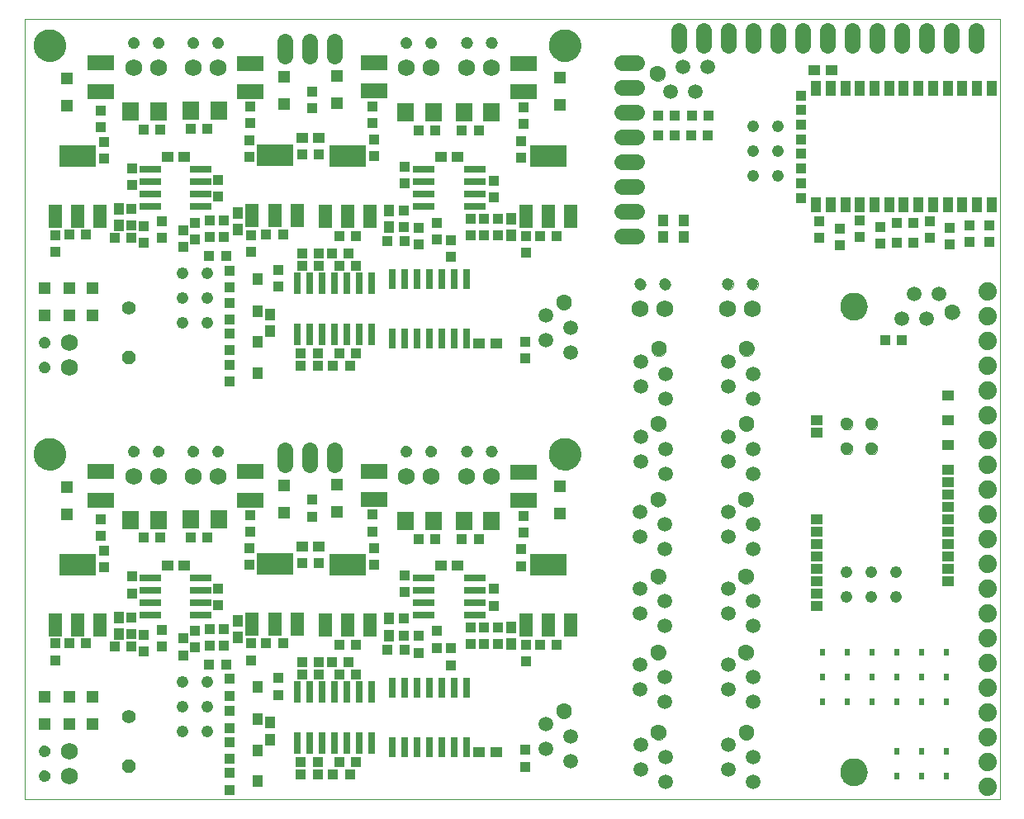
<source format=gts>
G75*
G70*
%OFA0B0*%
%FSLAX24Y24*%
%IPPOS*%
%LPD*%
%AMOC8*
5,1,8,0,0,1.08239X$1,22.5*
%
%ADD10C,0.0000*%
%ADD11C,0.1300*%
%ADD12C,0.1103*%
%ADD13R,0.0200X0.0300*%
%ADD14C,0.0476*%
%ADD15R,0.0440X0.0430*%
%ADD16C,0.0594*%
%ADD17C,0.0631*%
%ADD18R,0.0520X0.0920*%
%ADD19R,0.1457X0.0906*%
%ADD20R,0.0512X0.0512*%
%ADD21C,0.0690*%
%ADD22C,0.0473*%
%ADD23R,0.1103X0.0591*%
%ADD24R,0.0434X0.0473*%
%ADD25R,0.0430X0.0440*%
%ADD26R,0.0473X0.0434*%
%ADD27R,0.0670X0.0750*%
%ADD28R,0.0394X0.0434*%
%ADD29R,0.0394X0.0473*%
%ADD30C,0.0640*%
%ADD31R,0.0906X0.0276*%
%ADD32R,0.0300X0.0840*%
%ADD33R,0.0276X0.0906*%
%ADD34OC8,0.0560*%
%ADD35C,0.0560*%
%ADD36R,0.0434X0.0631*%
%ADD37R,0.0434X0.0434*%
%ADD38C,0.0740*%
%ADD39R,0.0512X0.0434*%
%ADD40C,0.0512*%
D10*
X000534Y001683D02*
X000534Y033179D01*
X039904Y033179D01*
X039904Y001683D01*
X000534Y001683D01*
X001116Y002644D02*
X001118Y002673D01*
X001124Y002701D01*
X001133Y002729D01*
X001146Y002755D01*
X001163Y002778D01*
X001182Y002800D01*
X001204Y002819D01*
X001229Y002834D01*
X001255Y002847D01*
X001283Y002855D01*
X001311Y002860D01*
X001340Y002861D01*
X001369Y002858D01*
X001397Y002851D01*
X001424Y002841D01*
X001450Y002827D01*
X001473Y002810D01*
X001494Y002790D01*
X001512Y002767D01*
X001527Y002742D01*
X001538Y002715D01*
X001546Y002687D01*
X001550Y002658D01*
X001550Y002630D01*
X001546Y002601D01*
X001538Y002573D01*
X001527Y002546D01*
X001512Y002521D01*
X001494Y002498D01*
X001473Y002478D01*
X001450Y002461D01*
X001424Y002447D01*
X001397Y002437D01*
X001369Y002430D01*
X001340Y002427D01*
X001311Y002428D01*
X001283Y002433D01*
X001255Y002441D01*
X001229Y002454D01*
X001204Y002469D01*
X001182Y002488D01*
X001163Y002510D01*
X001146Y002533D01*
X001133Y002559D01*
X001124Y002587D01*
X001118Y002615D01*
X001116Y002644D01*
X001116Y003644D02*
X001118Y003673D01*
X001124Y003701D01*
X001133Y003729D01*
X001146Y003755D01*
X001163Y003778D01*
X001182Y003800D01*
X001204Y003819D01*
X001229Y003834D01*
X001255Y003847D01*
X001283Y003855D01*
X001311Y003860D01*
X001340Y003861D01*
X001369Y003858D01*
X001397Y003851D01*
X001424Y003841D01*
X001450Y003827D01*
X001473Y003810D01*
X001494Y003790D01*
X001512Y003767D01*
X001527Y003742D01*
X001538Y003715D01*
X001546Y003687D01*
X001550Y003658D01*
X001550Y003630D01*
X001546Y003601D01*
X001538Y003573D01*
X001527Y003546D01*
X001512Y003521D01*
X001494Y003498D01*
X001473Y003478D01*
X001450Y003461D01*
X001424Y003447D01*
X001397Y003437D01*
X001369Y003430D01*
X001340Y003427D01*
X001311Y003428D01*
X001283Y003433D01*
X001255Y003441D01*
X001229Y003454D01*
X001204Y003469D01*
X001182Y003488D01*
X001163Y003510D01*
X001146Y003533D01*
X001133Y003559D01*
X001124Y003587D01*
X001118Y003615D01*
X001116Y003644D01*
X000926Y015631D02*
X000928Y015681D01*
X000934Y015731D01*
X000944Y015780D01*
X000958Y015828D01*
X000975Y015875D01*
X000996Y015920D01*
X001021Y015964D01*
X001049Y016005D01*
X001081Y016044D01*
X001115Y016081D01*
X001152Y016115D01*
X001192Y016145D01*
X001234Y016172D01*
X001278Y016196D01*
X001324Y016217D01*
X001371Y016233D01*
X001419Y016246D01*
X001469Y016255D01*
X001518Y016260D01*
X001569Y016261D01*
X001619Y016258D01*
X001668Y016251D01*
X001717Y016240D01*
X001765Y016225D01*
X001811Y016207D01*
X001856Y016185D01*
X001899Y016159D01*
X001940Y016130D01*
X001979Y016098D01*
X002015Y016063D01*
X002047Y016025D01*
X002077Y015985D01*
X002104Y015942D01*
X002127Y015898D01*
X002146Y015852D01*
X002162Y015804D01*
X002174Y015755D01*
X002182Y015706D01*
X002186Y015656D01*
X002186Y015606D01*
X002182Y015556D01*
X002174Y015507D01*
X002162Y015458D01*
X002146Y015410D01*
X002127Y015364D01*
X002104Y015320D01*
X002077Y015277D01*
X002047Y015237D01*
X002015Y015199D01*
X001979Y015164D01*
X001940Y015132D01*
X001899Y015103D01*
X001856Y015077D01*
X001811Y015055D01*
X001765Y015037D01*
X001717Y015022D01*
X001668Y015011D01*
X001619Y015004D01*
X001569Y015001D01*
X001518Y015002D01*
X001469Y015007D01*
X001419Y015016D01*
X001371Y015029D01*
X001324Y015045D01*
X001278Y015066D01*
X001234Y015090D01*
X001192Y015117D01*
X001152Y015147D01*
X001115Y015181D01*
X001081Y015218D01*
X001049Y015257D01*
X001021Y015298D01*
X000996Y015342D01*
X000975Y015387D01*
X000958Y015434D01*
X000944Y015482D01*
X000934Y015531D01*
X000928Y015581D01*
X000926Y015631D01*
X001116Y019140D02*
X001118Y019169D01*
X001124Y019197D01*
X001133Y019225D01*
X001146Y019251D01*
X001163Y019274D01*
X001182Y019296D01*
X001204Y019315D01*
X001229Y019330D01*
X001255Y019343D01*
X001283Y019351D01*
X001311Y019356D01*
X001340Y019357D01*
X001369Y019354D01*
X001397Y019347D01*
X001424Y019337D01*
X001450Y019323D01*
X001473Y019306D01*
X001494Y019286D01*
X001512Y019263D01*
X001527Y019238D01*
X001538Y019211D01*
X001546Y019183D01*
X001550Y019154D01*
X001550Y019126D01*
X001546Y019097D01*
X001538Y019069D01*
X001527Y019042D01*
X001512Y019017D01*
X001494Y018994D01*
X001473Y018974D01*
X001450Y018957D01*
X001424Y018943D01*
X001397Y018933D01*
X001369Y018926D01*
X001340Y018923D01*
X001311Y018924D01*
X001283Y018929D01*
X001255Y018937D01*
X001229Y018950D01*
X001204Y018965D01*
X001182Y018984D01*
X001163Y019006D01*
X001146Y019029D01*
X001133Y019055D01*
X001124Y019083D01*
X001118Y019111D01*
X001116Y019140D01*
X001116Y020140D02*
X001118Y020169D01*
X001124Y020197D01*
X001133Y020225D01*
X001146Y020251D01*
X001163Y020274D01*
X001182Y020296D01*
X001204Y020315D01*
X001229Y020330D01*
X001255Y020343D01*
X001283Y020351D01*
X001311Y020356D01*
X001340Y020357D01*
X001369Y020354D01*
X001397Y020347D01*
X001424Y020337D01*
X001450Y020323D01*
X001473Y020306D01*
X001494Y020286D01*
X001512Y020263D01*
X001527Y020238D01*
X001538Y020211D01*
X001546Y020183D01*
X001550Y020154D01*
X001550Y020126D01*
X001546Y020097D01*
X001538Y020069D01*
X001527Y020042D01*
X001512Y020017D01*
X001494Y019994D01*
X001473Y019974D01*
X001450Y019957D01*
X001424Y019943D01*
X001397Y019933D01*
X001369Y019926D01*
X001340Y019923D01*
X001311Y019924D01*
X001283Y019929D01*
X001255Y019937D01*
X001229Y019950D01*
X001204Y019965D01*
X001182Y019984D01*
X001163Y020006D01*
X001146Y020029D01*
X001133Y020055D01*
X001124Y020083D01*
X001118Y020111D01*
X001116Y020140D01*
X004716Y015744D02*
X004718Y015773D01*
X004724Y015801D01*
X004733Y015829D01*
X004746Y015855D01*
X004763Y015878D01*
X004782Y015900D01*
X004804Y015919D01*
X004829Y015934D01*
X004855Y015947D01*
X004883Y015955D01*
X004911Y015960D01*
X004940Y015961D01*
X004969Y015958D01*
X004997Y015951D01*
X005024Y015941D01*
X005050Y015927D01*
X005073Y015910D01*
X005094Y015890D01*
X005112Y015867D01*
X005127Y015842D01*
X005138Y015815D01*
X005146Y015787D01*
X005150Y015758D01*
X005150Y015730D01*
X005146Y015701D01*
X005138Y015673D01*
X005127Y015646D01*
X005112Y015621D01*
X005094Y015598D01*
X005073Y015578D01*
X005050Y015561D01*
X005024Y015547D01*
X004997Y015537D01*
X004969Y015530D01*
X004940Y015527D01*
X004911Y015528D01*
X004883Y015533D01*
X004855Y015541D01*
X004829Y015554D01*
X004804Y015569D01*
X004782Y015588D01*
X004763Y015610D01*
X004746Y015633D01*
X004733Y015659D01*
X004724Y015687D01*
X004718Y015715D01*
X004716Y015744D01*
X005716Y015744D02*
X005718Y015773D01*
X005724Y015801D01*
X005733Y015829D01*
X005746Y015855D01*
X005763Y015878D01*
X005782Y015900D01*
X005804Y015919D01*
X005829Y015934D01*
X005855Y015947D01*
X005883Y015955D01*
X005911Y015960D01*
X005940Y015961D01*
X005969Y015958D01*
X005997Y015951D01*
X006024Y015941D01*
X006050Y015927D01*
X006073Y015910D01*
X006094Y015890D01*
X006112Y015867D01*
X006127Y015842D01*
X006138Y015815D01*
X006146Y015787D01*
X006150Y015758D01*
X006150Y015730D01*
X006146Y015701D01*
X006138Y015673D01*
X006127Y015646D01*
X006112Y015621D01*
X006094Y015598D01*
X006073Y015578D01*
X006050Y015561D01*
X006024Y015547D01*
X005997Y015537D01*
X005969Y015530D01*
X005940Y015527D01*
X005911Y015528D01*
X005883Y015533D01*
X005855Y015541D01*
X005829Y015554D01*
X005804Y015569D01*
X005782Y015588D01*
X005763Y015610D01*
X005746Y015633D01*
X005733Y015659D01*
X005724Y015687D01*
X005718Y015715D01*
X005716Y015744D01*
X007116Y015744D02*
X007118Y015773D01*
X007124Y015801D01*
X007133Y015829D01*
X007146Y015855D01*
X007163Y015878D01*
X007182Y015900D01*
X007204Y015919D01*
X007229Y015934D01*
X007255Y015947D01*
X007283Y015955D01*
X007311Y015960D01*
X007340Y015961D01*
X007369Y015958D01*
X007397Y015951D01*
X007424Y015941D01*
X007450Y015927D01*
X007473Y015910D01*
X007494Y015890D01*
X007512Y015867D01*
X007527Y015842D01*
X007538Y015815D01*
X007546Y015787D01*
X007550Y015758D01*
X007550Y015730D01*
X007546Y015701D01*
X007538Y015673D01*
X007527Y015646D01*
X007512Y015621D01*
X007494Y015598D01*
X007473Y015578D01*
X007450Y015561D01*
X007424Y015547D01*
X007397Y015537D01*
X007369Y015530D01*
X007340Y015527D01*
X007311Y015528D01*
X007283Y015533D01*
X007255Y015541D01*
X007229Y015554D01*
X007204Y015569D01*
X007182Y015588D01*
X007163Y015610D01*
X007146Y015633D01*
X007133Y015659D01*
X007124Y015687D01*
X007118Y015715D01*
X007116Y015744D01*
X008116Y015744D02*
X008118Y015773D01*
X008124Y015801D01*
X008133Y015829D01*
X008146Y015855D01*
X008163Y015878D01*
X008182Y015900D01*
X008204Y015919D01*
X008229Y015934D01*
X008255Y015947D01*
X008283Y015955D01*
X008311Y015960D01*
X008340Y015961D01*
X008369Y015958D01*
X008397Y015951D01*
X008424Y015941D01*
X008450Y015927D01*
X008473Y015910D01*
X008494Y015890D01*
X008512Y015867D01*
X008527Y015842D01*
X008538Y015815D01*
X008546Y015787D01*
X008550Y015758D01*
X008550Y015730D01*
X008546Y015701D01*
X008538Y015673D01*
X008527Y015646D01*
X008512Y015621D01*
X008494Y015598D01*
X008473Y015578D01*
X008450Y015561D01*
X008424Y015547D01*
X008397Y015537D01*
X008369Y015530D01*
X008340Y015527D01*
X008311Y015528D01*
X008283Y015533D01*
X008255Y015541D01*
X008229Y015554D01*
X008204Y015569D01*
X008182Y015588D01*
X008163Y015610D01*
X008146Y015633D01*
X008133Y015659D01*
X008124Y015687D01*
X008118Y015715D01*
X008116Y015744D01*
X015716Y015744D02*
X015718Y015773D01*
X015724Y015801D01*
X015733Y015829D01*
X015746Y015855D01*
X015763Y015878D01*
X015782Y015900D01*
X015804Y015919D01*
X015829Y015934D01*
X015855Y015947D01*
X015883Y015955D01*
X015911Y015960D01*
X015940Y015961D01*
X015969Y015958D01*
X015997Y015951D01*
X016024Y015941D01*
X016050Y015927D01*
X016073Y015910D01*
X016094Y015890D01*
X016112Y015867D01*
X016127Y015842D01*
X016138Y015815D01*
X016146Y015787D01*
X016150Y015758D01*
X016150Y015730D01*
X016146Y015701D01*
X016138Y015673D01*
X016127Y015646D01*
X016112Y015621D01*
X016094Y015598D01*
X016073Y015578D01*
X016050Y015561D01*
X016024Y015547D01*
X015997Y015537D01*
X015969Y015530D01*
X015940Y015527D01*
X015911Y015528D01*
X015883Y015533D01*
X015855Y015541D01*
X015829Y015554D01*
X015804Y015569D01*
X015782Y015588D01*
X015763Y015610D01*
X015746Y015633D01*
X015733Y015659D01*
X015724Y015687D01*
X015718Y015715D01*
X015716Y015744D01*
X016716Y015744D02*
X016718Y015773D01*
X016724Y015801D01*
X016733Y015829D01*
X016746Y015855D01*
X016763Y015878D01*
X016782Y015900D01*
X016804Y015919D01*
X016829Y015934D01*
X016855Y015947D01*
X016883Y015955D01*
X016911Y015960D01*
X016940Y015961D01*
X016969Y015958D01*
X016997Y015951D01*
X017024Y015941D01*
X017050Y015927D01*
X017073Y015910D01*
X017094Y015890D01*
X017112Y015867D01*
X017127Y015842D01*
X017138Y015815D01*
X017146Y015787D01*
X017150Y015758D01*
X017150Y015730D01*
X017146Y015701D01*
X017138Y015673D01*
X017127Y015646D01*
X017112Y015621D01*
X017094Y015598D01*
X017073Y015578D01*
X017050Y015561D01*
X017024Y015547D01*
X016997Y015537D01*
X016969Y015530D01*
X016940Y015527D01*
X016911Y015528D01*
X016883Y015533D01*
X016855Y015541D01*
X016829Y015554D01*
X016804Y015569D01*
X016782Y015588D01*
X016763Y015610D01*
X016746Y015633D01*
X016733Y015659D01*
X016724Y015687D01*
X016718Y015715D01*
X016716Y015744D01*
X018166Y015744D02*
X018168Y015773D01*
X018174Y015801D01*
X018183Y015829D01*
X018196Y015855D01*
X018213Y015878D01*
X018232Y015900D01*
X018254Y015919D01*
X018279Y015934D01*
X018305Y015947D01*
X018333Y015955D01*
X018361Y015960D01*
X018390Y015961D01*
X018419Y015958D01*
X018447Y015951D01*
X018474Y015941D01*
X018500Y015927D01*
X018523Y015910D01*
X018544Y015890D01*
X018562Y015867D01*
X018577Y015842D01*
X018588Y015815D01*
X018596Y015787D01*
X018600Y015758D01*
X018600Y015730D01*
X018596Y015701D01*
X018588Y015673D01*
X018577Y015646D01*
X018562Y015621D01*
X018544Y015598D01*
X018523Y015578D01*
X018500Y015561D01*
X018474Y015547D01*
X018447Y015537D01*
X018419Y015530D01*
X018390Y015527D01*
X018361Y015528D01*
X018333Y015533D01*
X018305Y015541D01*
X018279Y015554D01*
X018254Y015569D01*
X018232Y015588D01*
X018213Y015610D01*
X018196Y015633D01*
X018183Y015659D01*
X018174Y015687D01*
X018168Y015715D01*
X018166Y015744D01*
X019166Y015744D02*
X019168Y015773D01*
X019174Y015801D01*
X019183Y015829D01*
X019196Y015855D01*
X019213Y015878D01*
X019232Y015900D01*
X019254Y015919D01*
X019279Y015934D01*
X019305Y015947D01*
X019333Y015955D01*
X019361Y015960D01*
X019390Y015961D01*
X019419Y015958D01*
X019447Y015951D01*
X019474Y015941D01*
X019500Y015927D01*
X019523Y015910D01*
X019544Y015890D01*
X019562Y015867D01*
X019577Y015842D01*
X019588Y015815D01*
X019596Y015787D01*
X019600Y015758D01*
X019600Y015730D01*
X019596Y015701D01*
X019588Y015673D01*
X019577Y015646D01*
X019562Y015621D01*
X019544Y015598D01*
X019523Y015578D01*
X019500Y015561D01*
X019474Y015547D01*
X019447Y015537D01*
X019419Y015530D01*
X019390Y015527D01*
X019361Y015528D01*
X019333Y015533D01*
X019305Y015541D01*
X019279Y015554D01*
X019254Y015569D01*
X019232Y015588D01*
X019213Y015610D01*
X019196Y015633D01*
X019183Y015659D01*
X019174Y015687D01*
X019168Y015715D01*
X019166Y015744D01*
X021714Y015631D02*
X021716Y015681D01*
X021722Y015731D01*
X021732Y015780D01*
X021746Y015828D01*
X021763Y015875D01*
X021784Y015920D01*
X021809Y015964D01*
X021837Y016005D01*
X021869Y016044D01*
X021903Y016081D01*
X021940Y016115D01*
X021980Y016145D01*
X022022Y016172D01*
X022066Y016196D01*
X022112Y016217D01*
X022159Y016233D01*
X022207Y016246D01*
X022257Y016255D01*
X022306Y016260D01*
X022357Y016261D01*
X022407Y016258D01*
X022456Y016251D01*
X022505Y016240D01*
X022553Y016225D01*
X022599Y016207D01*
X022644Y016185D01*
X022687Y016159D01*
X022728Y016130D01*
X022767Y016098D01*
X022803Y016063D01*
X022835Y016025D01*
X022865Y015985D01*
X022892Y015942D01*
X022915Y015898D01*
X022934Y015852D01*
X022950Y015804D01*
X022962Y015755D01*
X022970Y015706D01*
X022974Y015656D01*
X022974Y015606D01*
X022970Y015556D01*
X022962Y015507D01*
X022950Y015458D01*
X022934Y015410D01*
X022915Y015364D01*
X022892Y015320D01*
X022865Y015277D01*
X022835Y015237D01*
X022803Y015199D01*
X022767Y015164D01*
X022728Y015132D01*
X022687Y015103D01*
X022644Y015077D01*
X022599Y015055D01*
X022553Y015037D01*
X022505Y015022D01*
X022456Y015011D01*
X022407Y015004D01*
X022357Y015001D01*
X022306Y015002D01*
X022257Y015007D01*
X022207Y015016D01*
X022159Y015029D01*
X022112Y015045D01*
X022066Y015066D01*
X022022Y015090D01*
X021980Y015117D01*
X021940Y015147D01*
X021903Y015181D01*
X021869Y015218D01*
X021837Y015257D01*
X021809Y015298D01*
X021784Y015342D01*
X021763Y015387D01*
X021746Y015434D01*
X021732Y015482D01*
X021722Y015531D01*
X021716Y015581D01*
X021714Y015631D01*
X025832Y016853D02*
X025834Y016887D01*
X025840Y016921D01*
X025850Y016954D01*
X025863Y016985D01*
X025881Y017015D01*
X025901Y017043D01*
X025925Y017068D01*
X025951Y017090D01*
X025979Y017108D01*
X026010Y017124D01*
X026042Y017136D01*
X026076Y017144D01*
X026110Y017148D01*
X026144Y017148D01*
X026178Y017144D01*
X026212Y017136D01*
X026244Y017124D01*
X026274Y017108D01*
X026303Y017090D01*
X026329Y017068D01*
X026353Y017043D01*
X026373Y017015D01*
X026391Y016985D01*
X026404Y016954D01*
X026414Y016921D01*
X026420Y016887D01*
X026422Y016853D01*
X026420Y016819D01*
X026414Y016785D01*
X026404Y016752D01*
X026391Y016721D01*
X026373Y016691D01*
X026353Y016663D01*
X026329Y016638D01*
X026303Y016616D01*
X026275Y016598D01*
X026244Y016582D01*
X026212Y016570D01*
X026178Y016562D01*
X026144Y016558D01*
X026110Y016558D01*
X026076Y016562D01*
X026042Y016570D01*
X026010Y016582D01*
X025979Y016598D01*
X025951Y016616D01*
X025925Y016638D01*
X025901Y016663D01*
X025881Y016691D01*
X025863Y016721D01*
X025850Y016752D01*
X025840Y016785D01*
X025834Y016819D01*
X025832Y016853D01*
X025841Y019882D02*
X025843Y019916D01*
X025849Y019950D01*
X025859Y019983D01*
X025872Y020014D01*
X025890Y020044D01*
X025910Y020072D01*
X025934Y020097D01*
X025960Y020119D01*
X025988Y020137D01*
X026019Y020153D01*
X026051Y020165D01*
X026085Y020173D01*
X026119Y020177D01*
X026153Y020177D01*
X026187Y020173D01*
X026221Y020165D01*
X026253Y020153D01*
X026283Y020137D01*
X026312Y020119D01*
X026338Y020097D01*
X026362Y020072D01*
X026382Y020044D01*
X026400Y020014D01*
X026413Y019983D01*
X026423Y019950D01*
X026429Y019916D01*
X026431Y019882D01*
X026429Y019848D01*
X026423Y019814D01*
X026413Y019781D01*
X026400Y019750D01*
X026382Y019720D01*
X026362Y019692D01*
X026338Y019667D01*
X026312Y019645D01*
X026284Y019627D01*
X026253Y019611D01*
X026221Y019599D01*
X026187Y019591D01*
X026153Y019587D01*
X026119Y019587D01*
X026085Y019591D01*
X026051Y019599D01*
X026019Y019611D01*
X025988Y019627D01*
X025960Y019645D01*
X025934Y019667D01*
X025910Y019692D01*
X025890Y019720D01*
X025872Y019750D01*
X025859Y019781D01*
X025849Y019814D01*
X025843Y019848D01*
X025841Y019882D01*
X025168Y022491D02*
X025170Y022520D01*
X025176Y022548D01*
X025185Y022576D01*
X025198Y022602D01*
X025215Y022625D01*
X025234Y022647D01*
X025256Y022666D01*
X025281Y022681D01*
X025307Y022694D01*
X025335Y022702D01*
X025363Y022707D01*
X025392Y022708D01*
X025421Y022705D01*
X025449Y022698D01*
X025476Y022688D01*
X025502Y022674D01*
X025525Y022657D01*
X025546Y022637D01*
X025564Y022614D01*
X025579Y022589D01*
X025590Y022562D01*
X025598Y022534D01*
X025602Y022505D01*
X025602Y022477D01*
X025598Y022448D01*
X025590Y022420D01*
X025579Y022393D01*
X025564Y022368D01*
X025546Y022345D01*
X025525Y022325D01*
X025502Y022308D01*
X025476Y022294D01*
X025449Y022284D01*
X025421Y022277D01*
X025392Y022274D01*
X025363Y022275D01*
X025335Y022280D01*
X025307Y022288D01*
X025281Y022301D01*
X025256Y022316D01*
X025234Y022335D01*
X025215Y022357D01*
X025198Y022380D01*
X025185Y022406D01*
X025176Y022434D01*
X025170Y022462D01*
X025168Y022491D01*
X026168Y022491D02*
X026170Y022520D01*
X026176Y022548D01*
X026185Y022576D01*
X026198Y022602D01*
X026215Y022625D01*
X026234Y022647D01*
X026256Y022666D01*
X026281Y022681D01*
X026307Y022694D01*
X026335Y022702D01*
X026363Y022707D01*
X026392Y022708D01*
X026421Y022705D01*
X026449Y022698D01*
X026476Y022688D01*
X026502Y022674D01*
X026525Y022657D01*
X026546Y022637D01*
X026564Y022614D01*
X026579Y022589D01*
X026590Y022562D01*
X026598Y022534D01*
X026602Y022505D01*
X026602Y022477D01*
X026598Y022448D01*
X026590Y022420D01*
X026579Y022393D01*
X026564Y022368D01*
X026546Y022345D01*
X026525Y022325D01*
X026502Y022308D01*
X026476Y022294D01*
X026449Y022284D01*
X026421Y022277D01*
X026392Y022274D01*
X026363Y022275D01*
X026335Y022280D01*
X026307Y022288D01*
X026281Y022301D01*
X026256Y022316D01*
X026234Y022335D01*
X026215Y022357D01*
X026198Y022380D01*
X026185Y022406D01*
X026176Y022434D01*
X026170Y022462D01*
X026168Y022491D01*
X028711Y022491D02*
X028713Y022520D01*
X028719Y022548D01*
X028728Y022576D01*
X028741Y022602D01*
X028758Y022625D01*
X028777Y022647D01*
X028799Y022666D01*
X028824Y022681D01*
X028850Y022694D01*
X028878Y022702D01*
X028906Y022707D01*
X028935Y022708D01*
X028964Y022705D01*
X028992Y022698D01*
X029019Y022688D01*
X029045Y022674D01*
X029068Y022657D01*
X029089Y022637D01*
X029107Y022614D01*
X029122Y022589D01*
X029133Y022562D01*
X029141Y022534D01*
X029145Y022505D01*
X029145Y022477D01*
X029141Y022448D01*
X029133Y022420D01*
X029122Y022393D01*
X029107Y022368D01*
X029089Y022345D01*
X029068Y022325D01*
X029045Y022308D01*
X029019Y022294D01*
X028992Y022284D01*
X028964Y022277D01*
X028935Y022274D01*
X028906Y022275D01*
X028878Y022280D01*
X028850Y022288D01*
X028824Y022301D01*
X028799Y022316D01*
X028777Y022335D01*
X028758Y022357D01*
X028741Y022380D01*
X028728Y022406D01*
X028719Y022434D01*
X028713Y022462D01*
X028711Y022491D01*
X029711Y022491D02*
X029713Y022520D01*
X029719Y022548D01*
X029728Y022576D01*
X029741Y022602D01*
X029758Y022625D01*
X029777Y022647D01*
X029799Y022666D01*
X029824Y022681D01*
X029850Y022694D01*
X029878Y022702D01*
X029906Y022707D01*
X029935Y022708D01*
X029964Y022705D01*
X029992Y022698D01*
X030019Y022688D01*
X030045Y022674D01*
X030068Y022657D01*
X030089Y022637D01*
X030107Y022614D01*
X030122Y022589D01*
X030133Y022562D01*
X030141Y022534D01*
X030145Y022505D01*
X030145Y022477D01*
X030141Y022448D01*
X030133Y022420D01*
X030122Y022393D01*
X030107Y022368D01*
X030089Y022345D01*
X030068Y022325D01*
X030045Y022308D01*
X030019Y022294D01*
X029992Y022284D01*
X029964Y022277D01*
X029935Y022274D01*
X029906Y022275D01*
X029878Y022280D01*
X029850Y022288D01*
X029824Y022301D01*
X029799Y022316D01*
X029777Y022335D01*
X029758Y022357D01*
X029741Y022380D01*
X029728Y022406D01*
X029719Y022434D01*
X029713Y022462D01*
X029711Y022491D01*
X029385Y019882D02*
X029387Y019916D01*
X029393Y019950D01*
X029403Y019983D01*
X029416Y020014D01*
X029434Y020044D01*
X029454Y020072D01*
X029478Y020097D01*
X029504Y020119D01*
X029532Y020137D01*
X029563Y020153D01*
X029595Y020165D01*
X029629Y020173D01*
X029663Y020177D01*
X029697Y020177D01*
X029731Y020173D01*
X029765Y020165D01*
X029797Y020153D01*
X029827Y020137D01*
X029856Y020119D01*
X029882Y020097D01*
X029906Y020072D01*
X029926Y020044D01*
X029944Y020014D01*
X029957Y019983D01*
X029967Y019950D01*
X029973Y019916D01*
X029975Y019882D01*
X029973Y019848D01*
X029967Y019814D01*
X029957Y019781D01*
X029944Y019750D01*
X029926Y019720D01*
X029906Y019692D01*
X029882Y019667D01*
X029856Y019645D01*
X029828Y019627D01*
X029797Y019611D01*
X029765Y019599D01*
X029731Y019591D01*
X029697Y019587D01*
X029663Y019587D01*
X029629Y019591D01*
X029595Y019599D01*
X029563Y019611D01*
X029532Y019627D01*
X029504Y019645D01*
X029478Y019667D01*
X029454Y019692D01*
X029434Y019720D01*
X029416Y019750D01*
X029403Y019781D01*
X029393Y019814D01*
X029387Y019848D01*
X029385Y019882D01*
X029376Y016853D02*
X029378Y016887D01*
X029384Y016921D01*
X029394Y016954D01*
X029407Y016985D01*
X029425Y017015D01*
X029445Y017043D01*
X029469Y017068D01*
X029495Y017090D01*
X029523Y017108D01*
X029554Y017124D01*
X029586Y017136D01*
X029620Y017144D01*
X029654Y017148D01*
X029688Y017148D01*
X029722Y017144D01*
X029756Y017136D01*
X029788Y017124D01*
X029818Y017108D01*
X029847Y017090D01*
X029873Y017068D01*
X029897Y017043D01*
X029917Y017015D01*
X029935Y016985D01*
X029948Y016954D01*
X029958Y016921D01*
X029964Y016887D01*
X029966Y016853D01*
X029964Y016819D01*
X029958Y016785D01*
X029948Y016752D01*
X029935Y016721D01*
X029917Y016691D01*
X029897Y016663D01*
X029873Y016638D01*
X029847Y016616D01*
X029819Y016598D01*
X029788Y016582D01*
X029756Y016570D01*
X029722Y016562D01*
X029688Y016558D01*
X029654Y016558D01*
X029620Y016562D01*
X029586Y016570D01*
X029554Y016582D01*
X029523Y016598D01*
X029495Y016616D01*
X029469Y016638D01*
X029445Y016663D01*
X029425Y016691D01*
X029407Y016721D01*
X029394Y016752D01*
X029384Y016785D01*
X029378Y016819D01*
X029376Y016853D01*
X029359Y013804D02*
X029361Y013838D01*
X029367Y013872D01*
X029377Y013905D01*
X029390Y013936D01*
X029408Y013966D01*
X029428Y013994D01*
X029452Y014019D01*
X029478Y014041D01*
X029506Y014059D01*
X029537Y014075D01*
X029569Y014087D01*
X029603Y014095D01*
X029637Y014099D01*
X029671Y014099D01*
X029705Y014095D01*
X029739Y014087D01*
X029771Y014075D01*
X029801Y014059D01*
X029830Y014041D01*
X029856Y014019D01*
X029880Y013994D01*
X029900Y013966D01*
X029918Y013936D01*
X029931Y013905D01*
X029941Y013872D01*
X029947Y013838D01*
X029949Y013804D01*
X029947Y013770D01*
X029941Y013736D01*
X029931Y013703D01*
X029918Y013672D01*
X029900Y013642D01*
X029880Y013614D01*
X029856Y013589D01*
X029830Y013567D01*
X029802Y013549D01*
X029771Y013533D01*
X029739Y013521D01*
X029705Y013513D01*
X029671Y013509D01*
X029637Y013509D01*
X029603Y013513D01*
X029569Y013521D01*
X029537Y013533D01*
X029506Y013549D01*
X029478Y013567D01*
X029452Y013589D01*
X029428Y013614D01*
X029408Y013642D01*
X029390Y013672D01*
X029377Y013703D01*
X029367Y013736D01*
X029361Y013770D01*
X029359Y013804D01*
X025816Y013804D02*
X025818Y013838D01*
X025824Y013872D01*
X025834Y013905D01*
X025847Y013936D01*
X025865Y013966D01*
X025885Y013994D01*
X025909Y014019D01*
X025935Y014041D01*
X025963Y014059D01*
X025994Y014075D01*
X026026Y014087D01*
X026060Y014095D01*
X026094Y014099D01*
X026128Y014099D01*
X026162Y014095D01*
X026196Y014087D01*
X026228Y014075D01*
X026258Y014059D01*
X026287Y014041D01*
X026313Y014019D01*
X026337Y013994D01*
X026357Y013966D01*
X026375Y013936D01*
X026388Y013905D01*
X026398Y013872D01*
X026404Y013838D01*
X026406Y013804D01*
X026404Y013770D01*
X026398Y013736D01*
X026388Y013703D01*
X026375Y013672D01*
X026357Y013642D01*
X026337Y013614D01*
X026313Y013589D01*
X026287Y013567D01*
X026259Y013549D01*
X026228Y013533D01*
X026196Y013521D01*
X026162Y013513D01*
X026128Y013509D01*
X026094Y013509D01*
X026060Y013513D01*
X026026Y013521D01*
X025994Y013533D01*
X025963Y013549D01*
X025935Y013567D01*
X025909Y013589D01*
X025885Y013614D01*
X025865Y013642D01*
X025847Y013672D01*
X025834Y013703D01*
X025824Y013736D01*
X025818Y013770D01*
X025816Y013804D01*
X025826Y010694D02*
X025828Y010728D01*
X025834Y010762D01*
X025844Y010795D01*
X025857Y010826D01*
X025875Y010856D01*
X025895Y010884D01*
X025919Y010909D01*
X025945Y010931D01*
X025973Y010949D01*
X026004Y010965D01*
X026036Y010977D01*
X026070Y010985D01*
X026104Y010989D01*
X026138Y010989D01*
X026172Y010985D01*
X026206Y010977D01*
X026238Y010965D01*
X026268Y010949D01*
X026297Y010931D01*
X026323Y010909D01*
X026347Y010884D01*
X026367Y010856D01*
X026385Y010826D01*
X026398Y010795D01*
X026408Y010762D01*
X026414Y010728D01*
X026416Y010694D01*
X026414Y010660D01*
X026408Y010626D01*
X026398Y010593D01*
X026385Y010562D01*
X026367Y010532D01*
X026347Y010504D01*
X026323Y010479D01*
X026297Y010457D01*
X026269Y010439D01*
X026238Y010423D01*
X026206Y010411D01*
X026172Y010403D01*
X026138Y010399D01*
X026104Y010399D01*
X026070Y010403D01*
X026036Y010411D01*
X026004Y010423D01*
X025973Y010439D01*
X025945Y010457D01*
X025919Y010479D01*
X025895Y010504D01*
X025875Y010532D01*
X025857Y010562D01*
X025844Y010593D01*
X025834Y010626D01*
X025828Y010660D01*
X025826Y010694D01*
X025818Y007623D02*
X025820Y007657D01*
X025826Y007691D01*
X025836Y007724D01*
X025849Y007755D01*
X025867Y007785D01*
X025887Y007813D01*
X025911Y007838D01*
X025937Y007860D01*
X025965Y007878D01*
X025996Y007894D01*
X026028Y007906D01*
X026062Y007914D01*
X026096Y007918D01*
X026130Y007918D01*
X026164Y007914D01*
X026198Y007906D01*
X026230Y007894D01*
X026260Y007878D01*
X026289Y007860D01*
X026315Y007838D01*
X026339Y007813D01*
X026359Y007785D01*
X026377Y007755D01*
X026390Y007724D01*
X026400Y007691D01*
X026406Y007657D01*
X026408Y007623D01*
X026406Y007589D01*
X026400Y007555D01*
X026390Y007522D01*
X026377Y007491D01*
X026359Y007461D01*
X026339Y007433D01*
X026315Y007408D01*
X026289Y007386D01*
X026261Y007368D01*
X026230Y007352D01*
X026198Y007340D01*
X026164Y007332D01*
X026130Y007328D01*
X026096Y007328D01*
X026062Y007332D01*
X026028Y007340D01*
X025996Y007352D01*
X025965Y007368D01*
X025937Y007386D01*
X025911Y007408D01*
X025887Y007433D01*
X025867Y007461D01*
X025849Y007491D01*
X025836Y007522D01*
X025826Y007555D01*
X025820Y007589D01*
X025818Y007623D01*
X022009Y005254D02*
X022011Y005288D01*
X022017Y005322D01*
X022027Y005355D01*
X022040Y005386D01*
X022058Y005416D01*
X022078Y005444D01*
X022102Y005469D01*
X022128Y005491D01*
X022156Y005509D01*
X022187Y005525D01*
X022219Y005537D01*
X022253Y005545D01*
X022287Y005549D01*
X022321Y005549D01*
X022355Y005545D01*
X022389Y005537D01*
X022421Y005525D01*
X022451Y005509D01*
X022480Y005491D01*
X022506Y005469D01*
X022530Y005444D01*
X022550Y005416D01*
X022568Y005386D01*
X022581Y005355D01*
X022591Y005322D01*
X022597Y005288D01*
X022599Y005254D01*
X022597Y005220D01*
X022591Y005186D01*
X022581Y005153D01*
X022568Y005122D01*
X022550Y005092D01*
X022530Y005064D01*
X022506Y005039D01*
X022480Y005017D01*
X022452Y004999D01*
X022421Y004983D01*
X022389Y004971D01*
X022355Y004963D01*
X022321Y004959D01*
X022287Y004959D01*
X022253Y004963D01*
X022219Y004971D01*
X022187Y004983D01*
X022156Y004999D01*
X022128Y005017D01*
X022102Y005039D01*
X022078Y005064D01*
X022058Y005092D01*
X022040Y005122D01*
X022027Y005153D01*
X022017Y005186D01*
X022011Y005220D01*
X022009Y005254D01*
X025828Y004395D02*
X025830Y004429D01*
X025836Y004463D01*
X025846Y004496D01*
X025859Y004527D01*
X025877Y004557D01*
X025897Y004585D01*
X025921Y004610D01*
X025947Y004632D01*
X025975Y004650D01*
X026006Y004666D01*
X026038Y004678D01*
X026072Y004686D01*
X026106Y004690D01*
X026140Y004690D01*
X026174Y004686D01*
X026208Y004678D01*
X026240Y004666D01*
X026270Y004650D01*
X026299Y004632D01*
X026325Y004610D01*
X026349Y004585D01*
X026369Y004557D01*
X026387Y004527D01*
X026400Y004496D01*
X026410Y004463D01*
X026416Y004429D01*
X026418Y004395D01*
X026416Y004361D01*
X026410Y004327D01*
X026400Y004294D01*
X026387Y004263D01*
X026369Y004233D01*
X026349Y004205D01*
X026325Y004180D01*
X026299Y004158D01*
X026271Y004140D01*
X026240Y004124D01*
X026208Y004112D01*
X026174Y004104D01*
X026140Y004100D01*
X026106Y004100D01*
X026072Y004104D01*
X026038Y004112D01*
X026006Y004124D01*
X025975Y004140D01*
X025947Y004158D01*
X025921Y004180D01*
X025897Y004205D01*
X025877Y004233D01*
X025859Y004263D01*
X025846Y004294D01*
X025836Y004327D01*
X025830Y004361D01*
X025828Y004395D01*
X029372Y004395D02*
X029374Y004429D01*
X029380Y004463D01*
X029390Y004496D01*
X029403Y004527D01*
X029421Y004557D01*
X029441Y004585D01*
X029465Y004610D01*
X029491Y004632D01*
X029519Y004650D01*
X029550Y004666D01*
X029582Y004678D01*
X029616Y004686D01*
X029650Y004690D01*
X029684Y004690D01*
X029718Y004686D01*
X029752Y004678D01*
X029784Y004666D01*
X029814Y004650D01*
X029843Y004632D01*
X029869Y004610D01*
X029893Y004585D01*
X029913Y004557D01*
X029931Y004527D01*
X029944Y004496D01*
X029954Y004463D01*
X029960Y004429D01*
X029962Y004395D01*
X029960Y004361D01*
X029954Y004327D01*
X029944Y004294D01*
X029931Y004263D01*
X029913Y004233D01*
X029893Y004205D01*
X029869Y004180D01*
X029843Y004158D01*
X029815Y004140D01*
X029784Y004124D01*
X029752Y004112D01*
X029718Y004104D01*
X029684Y004100D01*
X029650Y004100D01*
X029616Y004104D01*
X029582Y004112D01*
X029550Y004124D01*
X029519Y004140D01*
X029491Y004158D01*
X029465Y004180D01*
X029441Y004205D01*
X029421Y004233D01*
X029403Y004263D01*
X029390Y004294D01*
X029380Y004327D01*
X029374Y004361D01*
X029372Y004395D01*
X029362Y007623D02*
X029364Y007657D01*
X029370Y007691D01*
X029380Y007724D01*
X029393Y007755D01*
X029411Y007785D01*
X029431Y007813D01*
X029455Y007838D01*
X029481Y007860D01*
X029509Y007878D01*
X029540Y007894D01*
X029572Y007906D01*
X029606Y007914D01*
X029640Y007918D01*
X029674Y007918D01*
X029708Y007914D01*
X029742Y007906D01*
X029774Y007894D01*
X029804Y007878D01*
X029833Y007860D01*
X029859Y007838D01*
X029883Y007813D01*
X029903Y007785D01*
X029921Y007755D01*
X029934Y007724D01*
X029944Y007691D01*
X029950Y007657D01*
X029952Y007623D01*
X029950Y007589D01*
X029944Y007555D01*
X029934Y007522D01*
X029921Y007491D01*
X029903Y007461D01*
X029883Y007433D01*
X029859Y007408D01*
X029833Y007386D01*
X029805Y007368D01*
X029774Y007352D01*
X029742Y007340D01*
X029708Y007332D01*
X029674Y007328D01*
X029640Y007328D01*
X029606Y007332D01*
X029572Y007340D01*
X029540Y007352D01*
X029509Y007368D01*
X029481Y007386D01*
X029455Y007408D01*
X029431Y007433D01*
X029411Y007461D01*
X029393Y007491D01*
X029380Y007522D01*
X029370Y007555D01*
X029364Y007589D01*
X029362Y007623D01*
X029369Y010694D02*
X029371Y010728D01*
X029377Y010762D01*
X029387Y010795D01*
X029400Y010826D01*
X029418Y010856D01*
X029438Y010884D01*
X029462Y010909D01*
X029488Y010931D01*
X029516Y010949D01*
X029547Y010965D01*
X029579Y010977D01*
X029613Y010985D01*
X029647Y010989D01*
X029681Y010989D01*
X029715Y010985D01*
X029749Y010977D01*
X029781Y010965D01*
X029811Y010949D01*
X029840Y010931D01*
X029866Y010909D01*
X029890Y010884D01*
X029910Y010856D01*
X029928Y010826D01*
X029941Y010795D01*
X029951Y010762D01*
X029957Y010728D01*
X029959Y010694D01*
X029957Y010660D01*
X029951Y010626D01*
X029941Y010593D01*
X029928Y010562D01*
X029910Y010532D01*
X029890Y010504D01*
X029866Y010479D01*
X029840Y010457D01*
X029812Y010439D01*
X029781Y010423D01*
X029749Y010411D01*
X029715Y010403D01*
X029681Y010399D01*
X029647Y010399D01*
X029613Y010403D01*
X029579Y010411D01*
X029547Y010423D01*
X029516Y010439D01*
X029488Y010457D01*
X029462Y010479D01*
X029438Y010504D01*
X029418Y010532D01*
X029400Y010562D01*
X029387Y010593D01*
X029377Y010626D01*
X029371Y010660D01*
X029369Y010694D01*
X033489Y015853D02*
X033491Y015883D01*
X033497Y015913D01*
X033506Y015942D01*
X033519Y015969D01*
X033536Y015994D01*
X033555Y016017D01*
X033578Y016038D01*
X033603Y016055D01*
X033629Y016069D01*
X033658Y016079D01*
X033687Y016086D01*
X033717Y016089D01*
X033748Y016088D01*
X033778Y016083D01*
X033807Y016074D01*
X033834Y016062D01*
X033860Y016047D01*
X033884Y016028D01*
X033905Y016006D01*
X033923Y015982D01*
X033938Y015955D01*
X033949Y015927D01*
X033957Y015898D01*
X033961Y015868D01*
X033961Y015838D01*
X033957Y015808D01*
X033949Y015779D01*
X033938Y015751D01*
X033923Y015724D01*
X033905Y015700D01*
X033884Y015678D01*
X033860Y015659D01*
X033834Y015644D01*
X033807Y015632D01*
X033778Y015623D01*
X033748Y015618D01*
X033717Y015617D01*
X033687Y015620D01*
X033658Y015627D01*
X033629Y015637D01*
X033603Y015651D01*
X033578Y015668D01*
X033555Y015689D01*
X033536Y015712D01*
X033519Y015737D01*
X033506Y015764D01*
X033497Y015793D01*
X033491Y015823D01*
X033489Y015853D01*
X033489Y016853D02*
X033491Y016883D01*
X033497Y016913D01*
X033506Y016942D01*
X033519Y016969D01*
X033536Y016994D01*
X033555Y017017D01*
X033578Y017038D01*
X033603Y017055D01*
X033629Y017069D01*
X033658Y017079D01*
X033687Y017086D01*
X033717Y017089D01*
X033748Y017088D01*
X033778Y017083D01*
X033807Y017074D01*
X033834Y017062D01*
X033860Y017047D01*
X033884Y017028D01*
X033905Y017006D01*
X033923Y016982D01*
X033938Y016955D01*
X033949Y016927D01*
X033957Y016898D01*
X033961Y016868D01*
X033961Y016838D01*
X033957Y016808D01*
X033949Y016779D01*
X033938Y016751D01*
X033923Y016724D01*
X033905Y016700D01*
X033884Y016678D01*
X033860Y016659D01*
X033834Y016644D01*
X033807Y016632D01*
X033778Y016623D01*
X033748Y016618D01*
X033717Y016617D01*
X033687Y016620D01*
X033658Y016627D01*
X033629Y016637D01*
X033603Y016651D01*
X033578Y016668D01*
X033555Y016689D01*
X033536Y016712D01*
X033519Y016737D01*
X033506Y016764D01*
X033497Y016793D01*
X033491Y016823D01*
X033489Y016853D01*
X034489Y016853D02*
X034491Y016883D01*
X034497Y016913D01*
X034506Y016942D01*
X034519Y016969D01*
X034536Y016994D01*
X034555Y017017D01*
X034578Y017038D01*
X034603Y017055D01*
X034629Y017069D01*
X034658Y017079D01*
X034687Y017086D01*
X034717Y017089D01*
X034748Y017088D01*
X034778Y017083D01*
X034807Y017074D01*
X034834Y017062D01*
X034860Y017047D01*
X034884Y017028D01*
X034905Y017006D01*
X034923Y016982D01*
X034938Y016955D01*
X034949Y016927D01*
X034957Y016898D01*
X034961Y016868D01*
X034961Y016838D01*
X034957Y016808D01*
X034949Y016779D01*
X034938Y016751D01*
X034923Y016724D01*
X034905Y016700D01*
X034884Y016678D01*
X034860Y016659D01*
X034834Y016644D01*
X034807Y016632D01*
X034778Y016623D01*
X034748Y016618D01*
X034717Y016617D01*
X034687Y016620D01*
X034658Y016627D01*
X034629Y016637D01*
X034603Y016651D01*
X034578Y016668D01*
X034555Y016689D01*
X034536Y016712D01*
X034519Y016737D01*
X034506Y016764D01*
X034497Y016793D01*
X034491Y016823D01*
X034489Y016853D01*
X034489Y015853D02*
X034491Y015883D01*
X034497Y015913D01*
X034506Y015942D01*
X034519Y015969D01*
X034536Y015994D01*
X034555Y016017D01*
X034578Y016038D01*
X034603Y016055D01*
X034629Y016069D01*
X034658Y016079D01*
X034687Y016086D01*
X034717Y016089D01*
X034748Y016088D01*
X034778Y016083D01*
X034807Y016074D01*
X034834Y016062D01*
X034860Y016047D01*
X034884Y016028D01*
X034905Y016006D01*
X034923Y015982D01*
X034938Y015955D01*
X034949Y015927D01*
X034957Y015898D01*
X034961Y015868D01*
X034961Y015838D01*
X034957Y015808D01*
X034949Y015779D01*
X034938Y015751D01*
X034923Y015724D01*
X034905Y015700D01*
X034884Y015678D01*
X034860Y015659D01*
X034834Y015644D01*
X034807Y015632D01*
X034778Y015623D01*
X034748Y015618D01*
X034717Y015617D01*
X034687Y015620D01*
X034658Y015627D01*
X034629Y015637D01*
X034603Y015651D01*
X034578Y015668D01*
X034555Y015689D01*
X034536Y015712D01*
X034519Y015737D01*
X034506Y015764D01*
X034497Y015793D01*
X034491Y015823D01*
X034489Y015853D01*
X033474Y021583D02*
X033476Y021629D01*
X033482Y021674D01*
X033492Y021719D01*
X033505Y021762D01*
X033522Y021805D01*
X033543Y021845D01*
X033567Y021884D01*
X033595Y021920D01*
X033626Y021954D01*
X033659Y021986D01*
X033695Y022014D01*
X033733Y022039D01*
X033773Y022061D01*
X033815Y022079D01*
X033858Y022093D01*
X033903Y022104D01*
X033948Y022111D01*
X033994Y022114D01*
X034039Y022113D01*
X034085Y022108D01*
X034130Y022099D01*
X034173Y022087D01*
X034216Y022070D01*
X034257Y022050D01*
X034296Y022027D01*
X034334Y022000D01*
X034368Y021970D01*
X034400Y021938D01*
X034429Y021902D01*
X034455Y021865D01*
X034478Y021825D01*
X034497Y021784D01*
X034512Y021741D01*
X034524Y021696D01*
X034532Y021651D01*
X034536Y021606D01*
X034536Y021560D01*
X034532Y021515D01*
X034524Y021470D01*
X034512Y021425D01*
X034497Y021382D01*
X034478Y021341D01*
X034455Y021301D01*
X034429Y021264D01*
X034400Y021228D01*
X034368Y021196D01*
X034334Y021166D01*
X034296Y021139D01*
X034257Y021116D01*
X034216Y021096D01*
X034173Y021079D01*
X034130Y021067D01*
X034085Y021058D01*
X034039Y021053D01*
X033994Y021052D01*
X033948Y021055D01*
X033903Y021062D01*
X033858Y021073D01*
X033815Y021087D01*
X033773Y021105D01*
X033733Y021127D01*
X033695Y021152D01*
X033659Y021180D01*
X033626Y021212D01*
X033595Y021246D01*
X033567Y021282D01*
X033543Y021321D01*
X033522Y021361D01*
X033505Y021404D01*
X033492Y021447D01*
X033482Y021492D01*
X033476Y021537D01*
X033474Y021583D01*
X037679Y021372D02*
X037681Y021406D01*
X037687Y021440D01*
X037697Y021473D01*
X037710Y021504D01*
X037728Y021534D01*
X037748Y021562D01*
X037772Y021587D01*
X037798Y021609D01*
X037826Y021627D01*
X037857Y021643D01*
X037889Y021655D01*
X037923Y021663D01*
X037957Y021667D01*
X037991Y021667D01*
X038025Y021663D01*
X038059Y021655D01*
X038091Y021643D01*
X038121Y021627D01*
X038150Y021609D01*
X038176Y021587D01*
X038200Y021562D01*
X038220Y021534D01*
X038238Y021504D01*
X038251Y021473D01*
X038261Y021440D01*
X038267Y021406D01*
X038269Y021372D01*
X038267Y021338D01*
X038261Y021304D01*
X038251Y021271D01*
X038238Y021240D01*
X038220Y021210D01*
X038200Y021182D01*
X038176Y021157D01*
X038150Y021135D01*
X038122Y021117D01*
X038091Y021101D01*
X038059Y021089D01*
X038025Y021081D01*
X037991Y021077D01*
X037957Y021077D01*
X037923Y021081D01*
X037889Y021089D01*
X037857Y021101D01*
X037826Y021117D01*
X037798Y021135D01*
X037772Y021157D01*
X037748Y021182D01*
X037728Y021210D01*
X037710Y021240D01*
X037697Y021271D01*
X037687Y021304D01*
X037681Y021338D01*
X037679Y021372D01*
X025803Y030989D02*
X025805Y031023D01*
X025811Y031057D01*
X025821Y031090D01*
X025834Y031121D01*
X025852Y031151D01*
X025872Y031179D01*
X025896Y031204D01*
X025922Y031226D01*
X025950Y031244D01*
X025981Y031260D01*
X026013Y031272D01*
X026047Y031280D01*
X026081Y031284D01*
X026115Y031284D01*
X026149Y031280D01*
X026183Y031272D01*
X026215Y031260D01*
X026245Y031244D01*
X026274Y031226D01*
X026300Y031204D01*
X026324Y031179D01*
X026344Y031151D01*
X026362Y031121D01*
X026375Y031090D01*
X026385Y031057D01*
X026391Y031023D01*
X026393Y030989D01*
X026391Y030955D01*
X026385Y030921D01*
X026375Y030888D01*
X026362Y030857D01*
X026344Y030827D01*
X026324Y030799D01*
X026300Y030774D01*
X026274Y030752D01*
X026246Y030734D01*
X026215Y030718D01*
X026183Y030706D01*
X026149Y030698D01*
X026115Y030694D01*
X026081Y030694D01*
X026047Y030698D01*
X026013Y030706D01*
X025981Y030718D01*
X025950Y030734D01*
X025922Y030752D01*
X025896Y030774D01*
X025872Y030799D01*
X025852Y030827D01*
X025834Y030857D01*
X025821Y030888D01*
X025811Y030921D01*
X025805Y030955D01*
X025803Y030989D01*
X021714Y032127D02*
X021716Y032177D01*
X021722Y032227D01*
X021732Y032276D01*
X021746Y032324D01*
X021763Y032371D01*
X021784Y032416D01*
X021809Y032460D01*
X021837Y032501D01*
X021869Y032540D01*
X021903Y032577D01*
X021940Y032611D01*
X021980Y032641D01*
X022022Y032668D01*
X022066Y032692D01*
X022112Y032713D01*
X022159Y032729D01*
X022207Y032742D01*
X022257Y032751D01*
X022306Y032756D01*
X022357Y032757D01*
X022407Y032754D01*
X022456Y032747D01*
X022505Y032736D01*
X022553Y032721D01*
X022599Y032703D01*
X022644Y032681D01*
X022687Y032655D01*
X022728Y032626D01*
X022767Y032594D01*
X022803Y032559D01*
X022835Y032521D01*
X022865Y032481D01*
X022892Y032438D01*
X022915Y032394D01*
X022934Y032348D01*
X022950Y032300D01*
X022962Y032251D01*
X022970Y032202D01*
X022974Y032152D01*
X022974Y032102D01*
X022970Y032052D01*
X022962Y032003D01*
X022950Y031954D01*
X022934Y031906D01*
X022915Y031860D01*
X022892Y031816D01*
X022865Y031773D01*
X022835Y031733D01*
X022803Y031695D01*
X022767Y031660D01*
X022728Y031628D01*
X022687Y031599D01*
X022644Y031573D01*
X022599Y031551D01*
X022553Y031533D01*
X022505Y031518D01*
X022456Y031507D01*
X022407Y031500D01*
X022357Y031497D01*
X022306Y031498D01*
X022257Y031503D01*
X022207Y031512D01*
X022159Y031525D01*
X022112Y031541D01*
X022066Y031562D01*
X022022Y031586D01*
X021980Y031613D01*
X021940Y031643D01*
X021903Y031677D01*
X021869Y031714D01*
X021837Y031753D01*
X021809Y031794D01*
X021784Y031838D01*
X021763Y031883D01*
X021746Y031930D01*
X021732Y031978D01*
X021722Y032027D01*
X021716Y032077D01*
X021714Y032127D01*
X019166Y032240D02*
X019168Y032269D01*
X019174Y032297D01*
X019183Y032325D01*
X019196Y032351D01*
X019213Y032374D01*
X019232Y032396D01*
X019254Y032415D01*
X019279Y032430D01*
X019305Y032443D01*
X019333Y032451D01*
X019361Y032456D01*
X019390Y032457D01*
X019419Y032454D01*
X019447Y032447D01*
X019474Y032437D01*
X019500Y032423D01*
X019523Y032406D01*
X019544Y032386D01*
X019562Y032363D01*
X019577Y032338D01*
X019588Y032311D01*
X019596Y032283D01*
X019600Y032254D01*
X019600Y032226D01*
X019596Y032197D01*
X019588Y032169D01*
X019577Y032142D01*
X019562Y032117D01*
X019544Y032094D01*
X019523Y032074D01*
X019500Y032057D01*
X019474Y032043D01*
X019447Y032033D01*
X019419Y032026D01*
X019390Y032023D01*
X019361Y032024D01*
X019333Y032029D01*
X019305Y032037D01*
X019279Y032050D01*
X019254Y032065D01*
X019232Y032084D01*
X019213Y032106D01*
X019196Y032129D01*
X019183Y032155D01*
X019174Y032183D01*
X019168Y032211D01*
X019166Y032240D01*
X018166Y032240D02*
X018168Y032269D01*
X018174Y032297D01*
X018183Y032325D01*
X018196Y032351D01*
X018213Y032374D01*
X018232Y032396D01*
X018254Y032415D01*
X018279Y032430D01*
X018305Y032443D01*
X018333Y032451D01*
X018361Y032456D01*
X018390Y032457D01*
X018419Y032454D01*
X018447Y032447D01*
X018474Y032437D01*
X018500Y032423D01*
X018523Y032406D01*
X018544Y032386D01*
X018562Y032363D01*
X018577Y032338D01*
X018588Y032311D01*
X018596Y032283D01*
X018600Y032254D01*
X018600Y032226D01*
X018596Y032197D01*
X018588Y032169D01*
X018577Y032142D01*
X018562Y032117D01*
X018544Y032094D01*
X018523Y032074D01*
X018500Y032057D01*
X018474Y032043D01*
X018447Y032033D01*
X018419Y032026D01*
X018390Y032023D01*
X018361Y032024D01*
X018333Y032029D01*
X018305Y032037D01*
X018279Y032050D01*
X018254Y032065D01*
X018232Y032084D01*
X018213Y032106D01*
X018196Y032129D01*
X018183Y032155D01*
X018174Y032183D01*
X018168Y032211D01*
X018166Y032240D01*
X016716Y032240D02*
X016718Y032269D01*
X016724Y032297D01*
X016733Y032325D01*
X016746Y032351D01*
X016763Y032374D01*
X016782Y032396D01*
X016804Y032415D01*
X016829Y032430D01*
X016855Y032443D01*
X016883Y032451D01*
X016911Y032456D01*
X016940Y032457D01*
X016969Y032454D01*
X016997Y032447D01*
X017024Y032437D01*
X017050Y032423D01*
X017073Y032406D01*
X017094Y032386D01*
X017112Y032363D01*
X017127Y032338D01*
X017138Y032311D01*
X017146Y032283D01*
X017150Y032254D01*
X017150Y032226D01*
X017146Y032197D01*
X017138Y032169D01*
X017127Y032142D01*
X017112Y032117D01*
X017094Y032094D01*
X017073Y032074D01*
X017050Y032057D01*
X017024Y032043D01*
X016997Y032033D01*
X016969Y032026D01*
X016940Y032023D01*
X016911Y032024D01*
X016883Y032029D01*
X016855Y032037D01*
X016829Y032050D01*
X016804Y032065D01*
X016782Y032084D01*
X016763Y032106D01*
X016746Y032129D01*
X016733Y032155D01*
X016724Y032183D01*
X016718Y032211D01*
X016716Y032240D01*
X015716Y032240D02*
X015718Y032269D01*
X015724Y032297D01*
X015733Y032325D01*
X015746Y032351D01*
X015763Y032374D01*
X015782Y032396D01*
X015804Y032415D01*
X015829Y032430D01*
X015855Y032443D01*
X015883Y032451D01*
X015911Y032456D01*
X015940Y032457D01*
X015969Y032454D01*
X015997Y032447D01*
X016024Y032437D01*
X016050Y032423D01*
X016073Y032406D01*
X016094Y032386D01*
X016112Y032363D01*
X016127Y032338D01*
X016138Y032311D01*
X016146Y032283D01*
X016150Y032254D01*
X016150Y032226D01*
X016146Y032197D01*
X016138Y032169D01*
X016127Y032142D01*
X016112Y032117D01*
X016094Y032094D01*
X016073Y032074D01*
X016050Y032057D01*
X016024Y032043D01*
X015997Y032033D01*
X015969Y032026D01*
X015940Y032023D01*
X015911Y032024D01*
X015883Y032029D01*
X015855Y032037D01*
X015829Y032050D01*
X015804Y032065D01*
X015782Y032084D01*
X015763Y032106D01*
X015746Y032129D01*
X015733Y032155D01*
X015724Y032183D01*
X015718Y032211D01*
X015716Y032240D01*
X008116Y032240D02*
X008118Y032269D01*
X008124Y032297D01*
X008133Y032325D01*
X008146Y032351D01*
X008163Y032374D01*
X008182Y032396D01*
X008204Y032415D01*
X008229Y032430D01*
X008255Y032443D01*
X008283Y032451D01*
X008311Y032456D01*
X008340Y032457D01*
X008369Y032454D01*
X008397Y032447D01*
X008424Y032437D01*
X008450Y032423D01*
X008473Y032406D01*
X008494Y032386D01*
X008512Y032363D01*
X008527Y032338D01*
X008538Y032311D01*
X008546Y032283D01*
X008550Y032254D01*
X008550Y032226D01*
X008546Y032197D01*
X008538Y032169D01*
X008527Y032142D01*
X008512Y032117D01*
X008494Y032094D01*
X008473Y032074D01*
X008450Y032057D01*
X008424Y032043D01*
X008397Y032033D01*
X008369Y032026D01*
X008340Y032023D01*
X008311Y032024D01*
X008283Y032029D01*
X008255Y032037D01*
X008229Y032050D01*
X008204Y032065D01*
X008182Y032084D01*
X008163Y032106D01*
X008146Y032129D01*
X008133Y032155D01*
X008124Y032183D01*
X008118Y032211D01*
X008116Y032240D01*
X007116Y032240D02*
X007118Y032269D01*
X007124Y032297D01*
X007133Y032325D01*
X007146Y032351D01*
X007163Y032374D01*
X007182Y032396D01*
X007204Y032415D01*
X007229Y032430D01*
X007255Y032443D01*
X007283Y032451D01*
X007311Y032456D01*
X007340Y032457D01*
X007369Y032454D01*
X007397Y032447D01*
X007424Y032437D01*
X007450Y032423D01*
X007473Y032406D01*
X007494Y032386D01*
X007512Y032363D01*
X007527Y032338D01*
X007538Y032311D01*
X007546Y032283D01*
X007550Y032254D01*
X007550Y032226D01*
X007546Y032197D01*
X007538Y032169D01*
X007527Y032142D01*
X007512Y032117D01*
X007494Y032094D01*
X007473Y032074D01*
X007450Y032057D01*
X007424Y032043D01*
X007397Y032033D01*
X007369Y032026D01*
X007340Y032023D01*
X007311Y032024D01*
X007283Y032029D01*
X007255Y032037D01*
X007229Y032050D01*
X007204Y032065D01*
X007182Y032084D01*
X007163Y032106D01*
X007146Y032129D01*
X007133Y032155D01*
X007124Y032183D01*
X007118Y032211D01*
X007116Y032240D01*
X005716Y032240D02*
X005718Y032269D01*
X005724Y032297D01*
X005733Y032325D01*
X005746Y032351D01*
X005763Y032374D01*
X005782Y032396D01*
X005804Y032415D01*
X005829Y032430D01*
X005855Y032443D01*
X005883Y032451D01*
X005911Y032456D01*
X005940Y032457D01*
X005969Y032454D01*
X005997Y032447D01*
X006024Y032437D01*
X006050Y032423D01*
X006073Y032406D01*
X006094Y032386D01*
X006112Y032363D01*
X006127Y032338D01*
X006138Y032311D01*
X006146Y032283D01*
X006150Y032254D01*
X006150Y032226D01*
X006146Y032197D01*
X006138Y032169D01*
X006127Y032142D01*
X006112Y032117D01*
X006094Y032094D01*
X006073Y032074D01*
X006050Y032057D01*
X006024Y032043D01*
X005997Y032033D01*
X005969Y032026D01*
X005940Y032023D01*
X005911Y032024D01*
X005883Y032029D01*
X005855Y032037D01*
X005829Y032050D01*
X005804Y032065D01*
X005782Y032084D01*
X005763Y032106D01*
X005746Y032129D01*
X005733Y032155D01*
X005724Y032183D01*
X005718Y032211D01*
X005716Y032240D01*
X004716Y032240D02*
X004718Y032269D01*
X004724Y032297D01*
X004733Y032325D01*
X004746Y032351D01*
X004763Y032374D01*
X004782Y032396D01*
X004804Y032415D01*
X004829Y032430D01*
X004855Y032443D01*
X004883Y032451D01*
X004911Y032456D01*
X004940Y032457D01*
X004969Y032454D01*
X004997Y032447D01*
X005024Y032437D01*
X005050Y032423D01*
X005073Y032406D01*
X005094Y032386D01*
X005112Y032363D01*
X005127Y032338D01*
X005138Y032311D01*
X005146Y032283D01*
X005150Y032254D01*
X005150Y032226D01*
X005146Y032197D01*
X005138Y032169D01*
X005127Y032142D01*
X005112Y032117D01*
X005094Y032094D01*
X005073Y032074D01*
X005050Y032057D01*
X005024Y032043D01*
X004997Y032033D01*
X004969Y032026D01*
X004940Y032023D01*
X004911Y032024D01*
X004883Y032029D01*
X004855Y032037D01*
X004829Y032050D01*
X004804Y032065D01*
X004782Y032084D01*
X004763Y032106D01*
X004746Y032129D01*
X004733Y032155D01*
X004724Y032183D01*
X004718Y032211D01*
X004716Y032240D01*
X000926Y032127D02*
X000928Y032177D01*
X000934Y032227D01*
X000944Y032276D01*
X000958Y032324D01*
X000975Y032371D01*
X000996Y032416D01*
X001021Y032460D01*
X001049Y032501D01*
X001081Y032540D01*
X001115Y032577D01*
X001152Y032611D01*
X001192Y032641D01*
X001234Y032668D01*
X001278Y032692D01*
X001324Y032713D01*
X001371Y032729D01*
X001419Y032742D01*
X001469Y032751D01*
X001518Y032756D01*
X001569Y032757D01*
X001619Y032754D01*
X001668Y032747D01*
X001717Y032736D01*
X001765Y032721D01*
X001811Y032703D01*
X001856Y032681D01*
X001899Y032655D01*
X001940Y032626D01*
X001979Y032594D01*
X002015Y032559D01*
X002047Y032521D01*
X002077Y032481D01*
X002104Y032438D01*
X002127Y032394D01*
X002146Y032348D01*
X002162Y032300D01*
X002174Y032251D01*
X002182Y032202D01*
X002186Y032152D01*
X002186Y032102D01*
X002182Y032052D01*
X002174Y032003D01*
X002162Y031954D01*
X002146Y031906D01*
X002127Y031860D01*
X002104Y031816D01*
X002077Y031773D01*
X002047Y031733D01*
X002015Y031695D01*
X001979Y031660D01*
X001940Y031628D01*
X001899Y031599D01*
X001856Y031573D01*
X001811Y031551D01*
X001765Y031533D01*
X001717Y031518D01*
X001668Y031507D01*
X001619Y031500D01*
X001569Y031497D01*
X001518Y031498D01*
X001469Y031503D01*
X001419Y031512D01*
X001371Y031525D01*
X001324Y031541D01*
X001278Y031562D01*
X001234Y031586D01*
X001192Y031613D01*
X001152Y031643D01*
X001115Y031677D01*
X001081Y031714D01*
X001049Y031753D01*
X001021Y031794D01*
X000996Y031838D01*
X000975Y031883D01*
X000958Y031930D01*
X000944Y031978D01*
X000934Y032027D01*
X000928Y032077D01*
X000926Y032127D01*
X022009Y021750D02*
X022011Y021784D01*
X022017Y021818D01*
X022027Y021851D01*
X022040Y021882D01*
X022058Y021912D01*
X022078Y021940D01*
X022102Y021965D01*
X022128Y021987D01*
X022156Y022005D01*
X022187Y022021D01*
X022219Y022033D01*
X022253Y022041D01*
X022287Y022045D01*
X022321Y022045D01*
X022355Y022041D01*
X022389Y022033D01*
X022421Y022021D01*
X022451Y022005D01*
X022480Y021987D01*
X022506Y021965D01*
X022530Y021940D01*
X022550Y021912D01*
X022568Y021882D01*
X022581Y021851D01*
X022591Y021818D01*
X022597Y021784D01*
X022599Y021750D01*
X022597Y021716D01*
X022591Y021682D01*
X022581Y021649D01*
X022568Y021618D01*
X022550Y021588D01*
X022530Y021560D01*
X022506Y021535D01*
X022480Y021513D01*
X022452Y021495D01*
X022421Y021479D01*
X022389Y021467D01*
X022355Y021459D01*
X022321Y021455D01*
X022287Y021455D01*
X022253Y021459D01*
X022219Y021467D01*
X022187Y021479D01*
X022156Y021495D01*
X022128Y021513D01*
X022102Y021535D01*
X022078Y021560D01*
X022058Y021588D01*
X022040Y021618D01*
X022027Y021649D01*
X022017Y021682D01*
X022011Y021716D01*
X022009Y021750D01*
X033474Y002783D02*
X033476Y002829D01*
X033482Y002874D01*
X033492Y002919D01*
X033505Y002962D01*
X033522Y003005D01*
X033543Y003045D01*
X033567Y003084D01*
X033595Y003120D01*
X033626Y003154D01*
X033659Y003186D01*
X033695Y003214D01*
X033733Y003239D01*
X033773Y003261D01*
X033815Y003279D01*
X033858Y003293D01*
X033903Y003304D01*
X033948Y003311D01*
X033994Y003314D01*
X034039Y003313D01*
X034085Y003308D01*
X034130Y003299D01*
X034173Y003287D01*
X034216Y003270D01*
X034257Y003250D01*
X034296Y003227D01*
X034334Y003200D01*
X034368Y003170D01*
X034400Y003138D01*
X034429Y003102D01*
X034455Y003065D01*
X034478Y003025D01*
X034497Y002984D01*
X034512Y002941D01*
X034524Y002896D01*
X034532Y002851D01*
X034536Y002806D01*
X034536Y002760D01*
X034532Y002715D01*
X034524Y002670D01*
X034512Y002625D01*
X034497Y002582D01*
X034478Y002541D01*
X034455Y002501D01*
X034429Y002464D01*
X034400Y002428D01*
X034368Y002396D01*
X034334Y002366D01*
X034296Y002339D01*
X034257Y002316D01*
X034216Y002296D01*
X034173Y002279D01*
X034130Y002267D01*
X034085Y002258D01*
X034039Y002253D01*
X033994Y002252D01*
X033948Y002255D01*
X033903Y002262D01*
X033858Y002273D01*
X033815Y002287D01*
X033773Y002305D01*
X033733Y002327D01*
X033695Y002352D01*
X033659Y002380D01*
X033626Y002412D01*
X033595Y002446D01*
X033567Y002482D01*
X033543Y002521D01*
X033522Y002561D01*
X033505Y002604D01*
X033492Y002647D01*
X033482Y002692D01*
X033476Y002737D01*
X033474Y002783D01*
D11*
X022344Y015631D03*
X022344Y032127D03*
X001556Y032127D03*
X001556Y015631D03*
D12*
X034005Y021583D03*
X034005Y002783D03*
D13*
X035755Y002633D03*
X036755Y002633D03*
X037755Y002633D03*
X037755Y003633D03*
X036755Y003633D03*
X035755Y003633D03*
X035755Y005633D03*
X036755Y005633D03*
X037755Y005633D03*
X037755Y006633D03*
X036755Y006633D03*
X035755Y006633D03*
X035755Y007633D03*
X036755Y007633D03*
X037755Y007633D03*
X034755Y007633D03*
X033755Y007633D03*
X033755Y006633D03*
X034755Y006633D03*
X034755Y005633D03*
X033755Y005633D03*
X032755Y005633D03*
X032755Y006633D03*
X032755Y007633D03*
D14*
X033725Y009853D03*
X034725Y009853D03*
X035725Y009853D03*
X035725Y010853D03*
X034725Y010853D03*
X033725Y010853D03*
X030964Y026864D03*
X030964Y027864D03*
X030964Y028864D03*
X029964Y028864D03*
X029964Y027864D03*
X029964Y026864D03*
X007913Y022930D03*
X006913Y022930D03*
X006913Y021930D03*
X007913Y021930D03*
X007913Y020930D03*
X006913Y020930D03*
X006913Y006434D03*
X007913Y006434D03*
X007913Y005434D03*
X006913Y005434D03*
X006913Y004434D03*
X007913Y004434D03*
D15*
X010783Y005910D03*
X010783Y006579D03*
X009683Y007310D03*
X009683Y007979D03*
X008574Y007907D03*
X008031Y007886D03*
X007420Y007813D03*
X006933Y007510D03*
X006933Y008179D03*
X007420Y008482D03*
X008031Y008555D03*
X008574Y008576D03*
X008357Y009542D03*
X008357Y010211D03*
X009626Y011147D03*
X009626Y011816D03*
X009640Y012486D03*
X009640Y013155D03*
X012133Y013110D03*
X012133Y013779D03*
X014583Y013179D03*
X014583Y012510D03*
X014633Y011829D03*
X014633Y011160D03*
X015883Y010729D03*
X015883Y010060D03*
X015833Y008979D03*
X015833Y008310D03*
X016433Y008279D03*
X016433Y007610D03*
X017183Y007810D03*
X017733Y007779D03*
X017733Y007110D03*
X018533Y007960D03*
X019083Y007960D03*
X019633Y007960D03*
X019633Y008629D03*
X019083Y008629D03*
X018533Y008629D03*
X019483Y009510D03*
X019483Y010179D03*
X020583Y011110D03*
X020583Y011779D03*
X020683Y012460D03*
X020683Y013129D03*
X017183Y008479D03*
X020783Y007929D03*
X020783Y007260D03*
X020733Y003679D03*
X020733Y003010D03*
X006083Y007860D03*
X005357Y007653D03*
X005357Y008323D03*
X006083Y008529D03*
X004848Y008357D03*
X004848Y009026D03*
X004887Y010011D03*
X004887Y010680D03*
X003747Y011053D03*
X003747Y011723D03*
X003631Y012336D03*
X003631Y013006D03*
X001783Y007979D03*
X001783Y007310D03*
X010783Y022406D03*
X010783Y023075D03*
X009683Y023806D03*
X009683Y024475D03*
X008574Y024403D03*
X008031Y024382D03*
X007420Y024309D03*
X006933Y024006D03*
X006933Y024675D03*
X007420Y024978D03*
X008031Y025051D03*
X008574Y025072D03*
X008357Y026038D03*
X008357Y026708D03*
X009626Y027643D03*
X009626Y028312D03*
X009640Y028982D03*
X009640Y029651D03*
X012133Y029606D03*
X012133Y030275D03*
X014583Y029675D03*
X014583Y029006D03*
X014633Y028325D03*
X014633Y027656D03*
X015883Y027225D03*
X015883Y026556D03*
X015833Y025475D03*
X015833Y024806D03*
X016433Y024775D03*
X016433Y024106D03*
X017183Y024306D03*
X017733Y024275D03*
X017733Y023606D03*
X018533Y024456D03*
X019083Y024456D03*
X019633Y024456D03*
X019633Y025125D03*
X019083Y025125D03*
X018533Y025125D03*
X019483Y026006D03*
X019483Y026675D03*
X020583Y027606D03*
X020583Y028275D03*
X020683Y028956D03*
X020683Y029625D03*
X017183Y024975D03*
X020783Y024425D03*
X020783Y023756D03*
X020733Y020175D03*
X020733Y019506D03*
X032625Y024365D03*
X032625Y025034D03*
X033441Y024738D03*
X033441Y024069D03*
X034252Y024379D03*
X034252Y025049D03*
X035071Y024782D03*
X035071Y024113D03*
X037079Y024349D03*
X037079Y025018D03*
X037879Y024767D03*
X037879Y024098D03*
X038683Y024197D03*
X038683Y024866D03*
X039480Y024873D03*
X039480Y024203D03*
X006083Y024356D03*
X005357Y024149D03*
X005357Y024819D03*
X006083Y025025D03*
X004848Y024853D03*
X004848Y025522D03*
X004887Y026507D03*
X004887Y027176D03*
X003747Y027549D03*
X003747Y028219D03*
X003631Y028832D03*
X003631Y029502D03*
X001783Y024475D03*
X001783Y023806D03*
D16*
X021583Y021240D03*
X022583Y020740D03*
X021583Y020240D03*
X022583Y019740D03*
X025415Y019372D03*
X025415Y018372D03*
X026415Y017872D03*
X026415Y018872D03*
X028958Y018372D03*
X029958Y017872D03*
X029958Y018872D03*
X028958Y019372D03*
X028949Y016344D03*
X029949Y015844D03*
X028949Y015344D03*
X029949Y014844D03*
X028933Y013295D03*
X029933Y012795D03*
X028933Y012295D03*
X029933Y011795D03*
X028943Y010185D03*
X029943Y009685D03*
X028943Y009185D03*
X029943Y008685D03*
X028935Y007114D03*
X028935Y006114D03*
X029935Y006614D03*
X029935Y005614D03*
X028946Y003886D03*
X029946Y003386D03*
X029946Y002386D03*
X028946Y002886D03*
X026402Y003386D03*
X026402Y002386D03*
X025402Y002886D03*
X025402Y003886D03*
X026392Y005614D03*
X025392Y006114D03*
X025392Y007114D03*
X026392Y006614D03*
X026399Y008685D03*
X025399Y009185D03*
X025399Y010185D03*
X026399Y009685D03*
X026389Y011795D03*
X025389Y012295D03*
X026389Y012795D03*
X025389Y013295D03*
X026406Y014844D03*
X026406Y015844D03*
X025406Y016344D03*
X025406Y015344D03*
X035965Y021093D03*
X036965Y021093D03*
X037465Y022093D03*
X036465Y022093D03*
X027607Y030267D03*
X026607Y030267D03*
X027107Y031267D03*
X028107Y031267D03*
X021583Y004744D03*
X021583Y003744D03*
X022583Y003244D03*
X022583Y004244D03*
D17*
X022304Y005254D03*
X026123Y004395D03*
X029667Y004395D03*
X029657Y007623D03*
X029664Y010694D03*
X029654Y013804D03*
X029671Y016853D03*
X029680Y019882D03*
X026136Y019882D03*
X026127Y016853D03*
X026111Y013804D03*
X026121Y010694D03*
X026113Y007623D03*
X037974Y021372D03*
X026098Y030989D03*
X022304Y021750D03*
D18*
X022593Y025220D03*
X021683Y025220D03*
X020773Y025220D03*
X014493Y025220D03*
X013583Y025220D03*
X012673Y025220D03*
X011546Y025252D03*
X010636Y025252D03*
X009726Y025252D03*
X003599Y025227D03*
X002689Y025227D03*
X001779Y025227D03*
X001779Y008731D03*
X002689Y008731D03*
X003599Y008731D03*
X009726Y008756D03*
X010636Y008756D03*
X011546Y008756D03*
X012673Y008724D03*
X013583Y008724D03*
X014493Y008724D03*
X020773Y008724D03*
X021683Y008724D03*
X022593Y008724D03*
D19*
X021683Y011164D03*
X013583Y011164D03*
X010636Y011196D03*
X002689Y011171D03*
X002689Y027667D03*
X010636Y027692D03*
X013583Y027660D03*
X021683Y027660D03*
D20*
X022133Y029739D03*
X022133Y030841D03*
X013133Y030891D03*
X013133Y029789D03*
X011020Y029756D03*
X011020Y030858D03*
X002244Y030793D03*
X002244Y029691D03*
X002333Y022341D03*
X001333Y022341D03*
X001333Y021239D03*
X002333Y021239D03*
X003283Y021239D03*
X003283Y022341D03*
X002244Y014297D03*
X002244Y013195D03*
X002333Y005845D03*
X001333Y005845D03*
X001333Y004743D03*
X002333Y004743D03*
X003283Y004743D03*
X003283Y005845D03*
X011020Y013260D03*
X011020Y014362D03*
X013133Y014395D03*
X013133Y013293D03*
X022133Y013243D03*
X022133Y014345D03*
D21*
X019383Y014744D03*
X018383Y014744D03*
X016933Y014744D03*
X015933Y014744D03*
X008333Y014744D03*
X007333Y014744D03*
X005933Y014744D03*
X004933Y014744D03*
X002333Y019140D03*
X002333Y020140D03*
X004933Y031240D03*
X005933Y031240D03*
X007333Y031240D03*
X008333Y031240D03*
X015933Y031240D03*
X016933Y031240D03*
X018383Y031240D03*
X019383Y031240D03*
X025385Y021491D03*
X026385Y021491D03*
X028928Y021491D03*
X029928Y021491D03*
X002333Y003644D03*
X002333Y002644D03*
D22*
X001333Y002644D03*
X001333Y003644D03*
X004933Y015744D03*
X005933Y015744D03*
X007333Y015744D03*
X008333Y015744D03*
X001333Y019140D03*
X001333Y020140D03*
X004933Y032240D03*
X005933Y032240D03*
X007333Y032240D03*
X008333Y032240D03*
X015933Y032240D03*
X016933Y032240D03*
X018383Y032240D03*
X019383Y032240D03*
X025385Y022491D03*
X026385Y022491D03*
X028928Y022491D03*
X029928Y022491D03*
X019383Y015744D03*
X018383Y015744D03*
X016933Y015744D03*
X015933Y015744D03*
D23*
X014633Y014945D03*
X014633Y013804D03*
X009649Y013772D03*
X009649Y014913D03*
X003632Y014917D03*
X003632Y013776D03*
X020683Y013754D03*
X020683Y014895D03*
X020683Y030250D03*
X020683Y031391D03*
X014633Y031441D03*
X014633Y030300D03*
X009649Y030268D03*
X009649Y031410D03*
X003632Y031413D03*
X003632Y030272D03*
D24*
X004340Y025537D03*
X004340Y024868D03*
X009162Y024709D03*
X009162Y025378D03*
X010433Y021275D03*
X010433Y020606D03*
X015233Y024806D03*
X015233Y025475D03*
X020183Y025125D03*
X020183Y024456D03*
X026323Y024380D03*
X026323Y025049D03*
X027160Y025050D03*
X027160Y024380D03*
X015233Y008979D03*
X015233Y008310D03*
X020183Y008629D03*
X020183Y007960D03*
X010433Y004779D03*
X010433Y004110D03*
X009162Y008213D03*
X009162Y008882D03*
X004340Y009041D03*
X004340Y008372D03*
D25*
X004169Y007867D03*
X004839Y007867D03*
X003017Y007994D03*
X002348Y007994D03*
X005360Y012247D03*
X006029Y012247D03*
X007248Y012275D03*
X007918Y012275D03*
X011748Y011244D03*
X012417Y011244D03*
X013248Y007944D03*
X013917Y007944D03*
X013617Y007244D03*
X013917Y006744D03*
X013248Y006744D03*
X012948Y007244D03*
X012417Y007244D03*
X012417Y006744D03*
X011748Y006744D03*
X011748Y007244D03*
X010967Y007994D03*
X010298Y007994D03*
X008667Y007144D03*
X007998Y007144D03*
X011698Y003194D03*
X011698Y002694D03*
X012367Y002694D03*
X012367Y003194D03*
X012998Y002694D03*
X013667Y002694D03*
X013917Y003194D03*
X013248Y003194D03*
X015198Y007744D03*
X015867Y007744D03*
X016448Y012194D03*
X017117Y012194D03*
X018198Y012194D03*
X018867Y012194D03*
X021348Y007944D03*
X022017Y007944D03*
X013667Y019190D03*
X012998Y019190D03*
X013248Y019690D03*
X013917Y019690D03*
X012367Y019690D03*
X012367Y019190D03*
X011698Y019190D03*
X011698Y019690D03*
X011748Y023240D03*
X011748Y023740D03*
X012417Y023740D03*
X012417Y023240D03*
X012948Y023740D03*
X013248Y023240D03*
X013617Y023740D03*
X013917Y023240D03*
X015198Y024240D03*
X015867Y024240D03*
X013917Y024440D03*
X013248Y024440D03*
X010967Y024490D03*
X010298Y024490D03*
X008667Y023640D03*
X007998Y023640D03*
X004839Y024363D03*
X004169Y024363D03*
X003017Y024490D03*
X002348Y024490D03*
X005360Y028743D03*
X006029Y028743D03*
X007248Y028771D03*
X007918Y028771D03*
X011748Y027740D03*
X012417Y027740D03*
X016448Y028690D03*
X017117Y028690D03*
X018198Y028690D03*
X018867Y028690D03*
X021348Y024440D03*
X022017Y024440D03*
X026120Y028495D03*
X026789Y028495D03*
X027462Y028493D03*
X028131Y028493D03*
X028139Y029299D03*
X027469Y029299D03*
X026783Y029299D03*
X026114Y029299D03*
X035733Y024955D03*
X036402Y024955D03*
X036407Y024150D03*
X035738Y024150D03*
X035939Y020213D03*
X035270Y020213D03*
D26*
X033101Y031120D03*
X032432Y031120D03*
X019567Y020090D03*
X018898Y020090D03*
X018017Y027640D03*
X017348Y027640D03*
X012417Y028390D03*
X011748Y028390D03*
X006976Y027631D03*
X006307Y027631D03*
X011748Y011894D03*
X012417Y011894D03*
X017348Y011144D03*
X018017Y011144D03*
X018898Y003594D03*
X019567Y003594D03*
X006976Y011135D03*
X006307Y011135D03*
D27*
X005934Y012952D03*
X004814Y012952D03*
X007251Y012983D03*
X008370Y012983D03*
X015923Y012944D03*
X017042Y012944D03*
X018273Y012944D03*
X019392Y012944D03*
X019392Y029440D03*
X018273Y029440D03*
X017042Y029440D03*
X015923Y029440D03*
X008370Y029479D03*
X007251Y029479D03*
X005934Y029448D03*
X004814Y029448D03*
D28*
X008810Y023043D03*
X008810Y022374D03*
X008810Y021743D03*
X008810Y021074D03*
X008810Y020493D03*
X008810Y019824D03*
X008810Y019243D03*
X008810Y018574D03*
X008810Y006547D03*
X008810Y005878D03*
X008810Y005247D03*
X008810Y004578D03*
X008810Y003997D03*
X008810Y003328D03*
X008810Y002747D03*
X008810Y002078D03*
D29*
X009951Y002413D03*
X009951Y003663D03*
X009951Y004913D03*
X009951Y006213D03*
X009951Y018909D03*
X009951Y020159D03*
X009951Y021409D03*
X009951Y022709D03*
D30*
X011033Y015794D02*
X011033Y015194D01*
X012033Y015194D02*
X012033Y015794D01*
X013033Y015794D02*
X013033Y015194D01*
X024646Y024430D02*
X025246Y024430D01*
X025246Y025430D02*
X024646Y025430D01*
X024646Y026430D02*
X025246Y026430D01*
X025246Y027430D02*
X024646Y027430D01*
X024646Y028430D02*
X025246Y028430D01*
X025246Y029430D02*
X024646Y029430D01*
X024646Y030430D02*
X025246Y030430D01*
X025246Y031430D02*
X024646Y031430D01*
X026946Y032130D02*
X026946Y032730D01*
X027946Y032730D02*
X027946Y032130D01*
X028946Y032130D02*
X028946Y032730D01*
X029946Y032730D02*
X029946Y032130D01*
X030946Y032130D02*
X030946Y032730D01*
X031946Y032730D02*
X031946Y032130D01*
X032946Y032130D02*
X032946Y032730D01*
X033946Y032730D02*
X033946Y032130D01*
X034946Y032130D02*
X034946Y032730D01*
X035946Y032730D02*
X035946Y032130D01*
X036946Y032130D02*
X036946Y032730D01*
X037946Y032730D02*
X037946Y032130D01*
X038946Y032130D02*
X038946Y032730D01*
X013033Y032290D02*
X013033Y031690D01*
X012033Y031690D02*
X012033Y032290D01*
X011033Y032290D02*
X011033Y031690D01*
D31*
X007657Y027115D03*
X007657Y026615D03*
X007657Y026115D03*
X007657Y025615D03*
X005610Y025615D03*
X005610Y026115D03*
X005610Y026615D03*
X005610Y027115D03*
X016659Y027140D03*
X016659Y026640D03*
X016659Y026140D03*
X016659Y025640D03*
X018706Y025640D03*
X018706Y026140D03*
X018706Y026640D03*
X018706Y027140D03*
X018706Y010644D03*
X018706Y010144D03*
X018706Y009644D03*
X018706Y009144D03*
X016659Y009144D03*
X016659Y009644D03*
X016659Y010144D03*
X016659Y010644D03*
X007657Y010619D03*
X007657Y010119D03*
X007657Y009619D03*
X007657Y009119D03*
X005610Y009119D03*
X005610Y009619D03*
X005610Y010119D03*
X005610Y010619D03*
D32*
X015383Y006204D03*
X015883Y006204D03*
X016383Y006204D03*
X016883Y006204D03*
X017383Y006204D03*
X017883Y006204D03*
X018383Y006204D03*
X018383Y003784D03*
X017883Y003784D03*
X017383Y003784D03*
X016883Y003784D03*
X016383Y003784D03*
X015883Y003784D03*
X015383Y003784D03*
X015383Y020280D03*
X015883Y020280D03*
X016383Y020280D03*
X016883Y020280D03*
X017383Y020280D03*
X017883Y020280D03*
X018383Y020280D03*
X018383Y022700D03*
X017883Y022700D03*
X017383Y022700D03*
X016883Y022700D03*
X016383Y022700D03*
X015883Y022700D03*
X015383Y022700D03*
D33*
X014533Y022514D03*
X014033Y022514D03*
X013533Y022514D03*
X013033Y022514D03*
X012533Y022514D03*
X012033Y022514D03*
X011533Y022514D03*
X011533Y020467D03*
X012033Y020467D03*
X012533Y020467D03*
X013033Y020467D03*
X013533Y020467D03*
X014033Y020467D03*
X014533Y020467D03*
X014533Y006018D03*
X014033Y006018D03*
X013533Y006018D03*
X013033Y006018D03*
X012533Y006018D03*
X012033Y006018D03*
X011533Y006018D03*
X011533Y003971D03*
X012033Y003971D03*
X012533Y003971D03*
X013033Y003971D03*
X013533Y003971D03*
X014033Y003971D03*
X014533Y003971D03*
D34*
X004733Y003044D03*
X004733Y019540D03*
D35*
X004733Y021540D03*
X004733Y005044D03*
D36*
X032489Y025682D03*
X033079Y025682D03*
X033670Y025682D03*
X034260Y025682D03*
X034851Y025682D03*
X035441Y025682D03*
X036032Y025682D03*
X036622Y025682D03*
X037213Y025682D03*
X037803Y025682D03*
X038394Y025682D03*
X038985Y025682D03*
X039575Y025682D03*
X039575Y030407D03*
X038985Y030407D03*
X038394Y030407D03*
X037803Y030407D03*
X037213Y030407D03*
X036622Y030407D03*
X036032Y030407D03*
X035441Y030407D03*
X034851Y030407D03*
X034260Y030407D03*
X033670Y030407D03*
X033079Y030407D03*
X032489Y030407D03*
D37*
X031898Y030111D03*
X031898Y029521D03*
X031898Y028930D03*
X031898Y028340D03*
X031898Y027749D03*
X031898Y027159D03*
X031898Y026568D03*
X031898Y025978D03*
D38*
X039405Y022183D03*
X039405Y021183D03*
X039405Y020183D03*
X039405Y019183D03*
X039405Y018183D03*
X039405Y017183D03*
X039405Y016183D03*
X039405Y015183D03*
X039405Y014183D03*
X039405Y013183D03*
X039405Y012183D03*
X039405Y011183D03*
X039405Y010183D03*
X039405Y009183D03*
X039405Y008183D03*
X039405Y007183D03*
X039405Y006183D03*
X039405Y005183D03*
X039405Y004183D03*
X039405Y003183D03*
X039405Y002183D03*
D39*
X032502Y009503D03*
X032502Y010003D03*
X032502Y010503D03*
X032502Y011003D03*
X032502Y011503D03*
X032502Y012003D03*
X032502Y012503D03*
X032502Y013003D03*
X032502Y016503D03*
X032502Y017003D03*
X037802Y017003D03*
X037802Y016003D03*
X037802Y015003D03*
X037802Y014503D03*
X037802Y014003D03*
X037802Y013503D03*
X037802Y013003D03*
X037802Y012503D03*
X037802Y012003D03*
X037802Y011503D03*
X037802Y011003D03*
X037802Y010503D03*
X037802Y018003D03*
D40*
X034725Y016853D03*
X033725Y016853D03*
X033725Y015853D03*
X034725Y015853D03*
M02*

</source>
